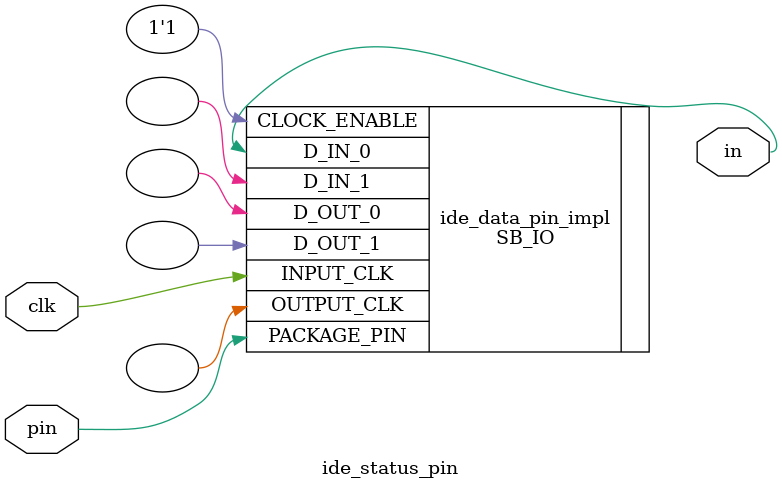
<source format=v>
module ide_status_pin(
		      inout pin,
		      output in,
		      input clk
		      );

   SB_IO #(.PIN_TYPE(6'b000001), .PULLUP(1'b0), .NEG_TRIGGER(1'b1))
     ide_data_pin_impl(.PACKAGE_PIN(pin),
		       .CLOCK_ENABLE(1'b1),
		       .INPUT_CLK(clk),
		       .OUTPUT_CLK(),
		       .D_OUT_0(),
		       .D_OUT_1(),
		       .D_IN_0(in),
		       .D_IN_1()
		       );

endmodule // ide_status_pin

</source>
